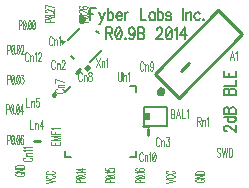
<source format=gto>
G04 DipTrace 2.4.0.2*
%IN2dBBLE.gto*%
%MOIN*%
%ADD10C,0.0098*%
%ADD13C,0.008*%
%ADD16C,0.006*%
%ADD33O,0.0189X0.0207*%
%ADD64C,0.0046*%
%ADD65C,0.0033*%
%ADD66C,0.0062*%
%FSLAX44Y44*%
G04*
G70*
G90*
G75*
G01*
%LNTopSilk*%
%LPD*%
X9810Y7700D2*
D10*
X10076Y7965D1*
X8927Y7611D2*
X11048Y9733D1*
X11843Y8937D1*
X9722Y6816D1*
X8927Y7611D1*
G36*
X9244Y7133D2*
X9268Y7097D1*
X9279Y7054D1*
X9277Y7008D1*
X9259Y6963D1*
X9230Y6924D1*
X9191Y6894D1*
X9146Y6877D1*
X9100Y6874D1*
X9057Y6885D1*
X9021Y6910D1*
X8996Y6946D1*
X8985Y6989D1*
X8988Y7035D1*
X9005Y7080D1*
X9035Y7119D1*
X9074Y7149D1*
X9119Y7166D1*
X9165Y7169D1*
X9208Y7157D1*
X9244Y7133D1*
G37*
X9325Y5873D2*
D16*
X8574D1*
Y6498D1*
X9325D1*
Y5873D1*
G36*
X8753Y6065D2*
X8557D1*
Y6307D1*
X8753D1*
Y6065D1*
G37*
X6440Y9564D2*
D10*
X6579Y9425D1*
X6443Y7775D2*
X6304Y7636D1*
X8690Y5581D2*
Y5778D1*
X7819Y7649D2*
Y7452D1*
X8546Y5869D2*
X8743D1*
X4908Y5376D2*
X5105D1*
X5539Y6899D2*
G02X5539Y6899I49J0D01*
G01*
X5943Y4852D2*
D13*
Y5049D1*
Y4852D2*
X6140D1*
X8108D2*
X8305D1*
Y5049D1*
Y7018D2*
Y7215D1*
X8108D2*
X8305D1*
X5943Y7018D2*
X6140Y7215D1*
D33*
X6500Y9364D3*
G36*
X6816Y7811D2*
X6695Y7690D1*
X6575Y7810D1*
X6696Y7931D1*
X6816Y7811D1*
G37*
G36*
X5974Y8712D2*
X5794Y8733D1*
X5822Y8560D1*
X5820Y8557D1*
D1*
X5974Y8712D1*
G37*
X7174Y8419D2*
D16*
X6759Y8005D1*
X6223Y8109D2*
X6120Y8212D1*
X6439Y9160D2*
X6021Y8742D1*
X6982Y9062D2*
X7079Y8965D1*
X11558Y8065D2*
D64*
X11489Y8366D1*
X11421Y8065D1*
X11446Y8165D2*
X11533D1*
X11614Y8309D2*
X11631Y8323D1*
X11657Y8366D1*
Y8065D1*
X9462Y6431D2*
Y6129D1*
X9540D1*
X9566Y6144D1*
X9575Y6158D1*
X9583Y6186D1*
Y6230D1*
X9575Y6258D1*
X9566Y6273D1*
X9540Y6287D1*
X9566Y6302D1*
X9575Y6316D1*
X9583Y6344D1*
Y6373D1*
X9575Y6402D1*
X9566Y6416D1*
X9540Y6431D1*
X9462D1*
Y6287D2*
X9540D1*
X9777Y6129D2*
X9707Y6431D1*
X9639Y6129D1*
X9665Y6230D2*
X9751D1*
X9832Y6431D2*
Y6129D1*
X9935D1*
X9991Y6373D2*
X10008Y6387D1*
X10034Y6430D1*
Y6129D1*
X5527Y8800D2*
X5518Y8828D1*
X5501Y8857D1*
X5484Y8872D1*
X5449D1*
X5432Y8857D1*
X5415Y8828D1*
X5406Y8800D1*
X5398Y8757D1*
Y8685D1*
X5406Y8642D1*
X5415Y8613D1*
X5432Y8585D1*
X5449Y8570D1*
X5484D1*
X5501Y8585D1*
X5518Y8613D1*
X5527Y8642D1*
X5582Y8771D2*
Y8570D1*
Y8714D2*
X5608Y8757D1*
X5626Y8771D1*
X5651D1*
X5669Y8757D1*
X5677Y8714D1*
Y8570D1*
X5733Y8814D2*
X5750Y8828D1*
X5776Y8871D1*
Y8570D1*
X5604Y8008D2*
X5595Y8037D1*
X5578Y8065D1*
X5561Y8080D1*
X5527D1*
X5509Y8065D1*
X5492Y8037D1*
X5483Y8008D1*
X5475Y7965D1*
Y7893D1*
X5483Y7850D1*
X5492Y7821D1*
X5509Y7793D1*
X5527Y7778D1*
X5561D1*
X5578Y7793D1*
X5595Y7821D1*
X5604Y7850D1*
X5660Y7979D2*
Y7778D1*
Y7922D2*
X5685Y7965D1*
X5703Y7979D1*
X5728D1*
X5746Y7965D1*
X5754Y7922D1*
Y7778D1*
X5819Y8008D2*
Y8022D1*
X5827Y8051D1*
X5836Y8065D1*
X5853Y8079D1*
X5887D1*
X5905Y8065D1*
X5913Y8051D1*
X5922Y8022D1*
Y7993D1*
X5913Y7965D1*
X5896Y7922D1*
X5810Y7778D1*
X5930D1*
X9086Y5435D2*
X9078Y5464D1*
X9061Y5493D1*
X9043Y5507D1*
X9009D1*
X8992Y5493D1*
X8975Y5464D1*
X8966Y5435D1*
X8957Y5392D1*
Y5320D1*
X8966Y5278D1*
X8975Y5249D1*
X8992Y5220D1*
X9009Y5206D1*
X9043D1*
X9061Y5220D1*
X9078Y5249D1*
X9086Y5278D1*
X9142Y5407D2*
Y5206D1*
Y5349D2*
X9168Y5392D1*
X9185Y5407D1*
X9211D1*
X9228Y5392D1*
X9237Y5349D1*
Y5206D1*
X9310Y5507D2*
X9404D1*
X9353Y5392D1*
X9378D1*
X9396Y5378D1*
X9404Y5363D1*
X9413Y5320D1*
Y5292D1*
X9404Y5249D1*
X9387Y5220D1*
X9361Y5206D1*
X9335D1*
X9310Y5220D1*
X9301Y5234D1*
X9292Y5263D1*
X5666Y7111D2*
X5638Y7102D1*
X5609Y7085D1*
X5595Y7068D1*
Y7033D1*
X5609Y7016D1*
X5638Y6999D1*
X5666Y6990D1*
X5709Y6982D1*
X5781D1*
X5824Y6990D1*
X5853Y6999D1*
X5881Y7016D1*
X5896Y7033D1*
Y7068D1*
X5881Y7085D1*
X5853Y7102D1*
X5824Y7111D1*
X5695Y7166D2*
X5896D1*
X5752D2*
X5709Y7192D1*
X5695Y7209D1*
Y7235D1*
X5709Y7252D1*
X5752Y7261D1*
X5896D1*
Y7351D2*
X5595Y7437D1*
Y7317D1*
X6502Y7605D2*
X6493Y7633D1*
X6476Y7662D1*
X6459Y7676D1*
X6425D1*
X6407Y7662D1*
X6390Y7633D1*
X6381Y7605D1*
X6373Y7562D1*
Y7490D1*
X6381Y7447D1*
X6390Y7418D1*
X6407Y7389D1*
X6425Y7375D1*
X6459D1*
X6476Y7389D1*
X6493Y7418D1*
X6502Y7447D1*
X6558Y7576D2*
Y7375D1*
Y7518D2*
X6583Y7562D1*
X6601Y7576D1*
X6626D1*
X6644Y7562D1*
X6652Y7518D1*
Y7375D1*
X6751Y7676D2*
X6725Y7662D1*
X6716Y7633D1*
Y7604D1*
X6725Y7576D1*
X6742Y7561D1*
X6777Y7547D1*
X6803Y7533D1*
X6820Y7504D1*
X6828Y7475D1*
Y7432D1*
X6820Y7404D1*
X6811Y7389D1*
X6785Y7375D1*
X6751D1*
X6725Y7389D1*
X6716Y7404D1*
X6708Y7432D1*
Y7475D1*
X6716Y7504D1*
X6734Y7533D1*
X6759Y7547D1*
X6794Y7561D1*
X6811Y7576D1*
X6820Y7604D1*
Y7633D1*
X6811Y7662D1*
X6785Y7676D1*
X6751D1*
X8556Y7958D2*
X8547Y7986D1*
X8530Y8015D1*
X8513Y8029D1*
X8478D1*
X8461Y8015D1*
X8444Y7986D1*
X8435Y7958D1*
X8427Y7915D1*
Y7843D1*
X8435Y7800D1*
X8444Y7771D1*
X8461Y7742D1*
X8478Y7728D1*
X8513D1*
X8530Y7742D1*
X8547Y7771D1*
X8556Y7800D1*
X8611Y7929D2*
Y7728D1*
Y7871D2*
X8637Y7915D1*
X8655Y7929D1*
X8680D1*
X8697Y7915D1*
X8706Y7871D1*
Y7728D1*
X8874Y7929D2*
X8865Y7886D1*
X8848Y7857D1*
X8822Y7843D1*
X8813D1*
X8787Y7857D1*
X8770Y7886D1*
X8762Y7929D1*
Y7943D1*
X8770Y7986D1*
X8787Y8015D1*
X8813Y8029D1*
X8822D1*
X8848Y8015D1*
X8865Y7986D1*
X8874Y7929D1*
Y7857D1*
X8865Y7785D1*
X8848Y7742D1*
X8822Y7728D1*
X8805D1*
X8779Y7742D1*
X8770Y7771D1*
X8530Y4931D2*
X8522Y4960D1*
X8505Y4988D1*
X8487Y5003D1*
X8453D1*
X8436Y4988D1*
X8419Y4960D1*
X8410Y4931D1*
X8401Y4888D1*
Y4816D1*
X8410Y4773D1*
X8419Y4744D1*
X8436Y4716D1*
X8453Y4701D1*
X8487D1*
X8505Y4716D1*
X8522Y4744D1*
X8530Y4773D1*
X8586Y4902D2*
Y4701D1*
Y4845D2*
X8612Y4888D1*
X8629Y4902D1*
X8655D1*
X8672Y4888D1*
X8681Y4845D1*
Y4701D1*
X8736Y4945D2*
X8754Y4960D1*
X8780Y5002D1*
Y4701D1*
X8887Y5002D2*
X8861Y4988D1*
X8844Y4945D1*
X8835Y4873D1*
Y4830D1*
X8844Y4759D1*
X8861Y4716D1*
X8887Y4701D1*
X8904D1*
X8930Y4716D1*
X8947Y4759D1*
X8956Y4830D1*
Y4873D1*
X8947Y4945D1*
X8930Y4988D1*
X8904Y5002D1*
X8887D1*
X8947Y4945D2*
X8844Y4759D1*
X4604Y4826D2*
X4576Y4817D1*
X4547Y4800D1*
X4533Y4783D1*
Y4748D1*
X4547Y4731D1*
X4576Y4714D1*
X4604Y4705D1*
X4647Y4696D1*
X4719D1*
X4762Y4705D1*
X4791Y4714D1*
X4820Y4731D1*
X4834Y4748D1*
Y4783D1*
X4820Y4800D1*
X4791Y4817D1*
X4762Y4826D1*
X4633Y4881D2*
X4834D1*
X4691D2*
X4647Y4907D1*
X4633Y4924D1*
Y4950D1*
X4647Y4967D1*
X4691Y4976D1*
X4834D1*
X4590Y5031D2*
X4576Y5049D1*
X4533Y5075D1*
X4834D1*
X4590Y5130D2*
X4576Y5148D1*
X4533Y5173D1*
X4834D1*
X4723Y8269D2*
X4715Y8297D1*
X4697Y8326D1*
X4680Y8340D1*
X4646D1*
X4628Y8326D1*
X4611Y8297D1*
X4603Y8269D1*
X4594Y8226D1*
Y8154D1*
X4603Y8111D1*
X4611Y8082D1*
X4628Y8054D1*
X4646Y8039D1*
X4680D1*
X4697Y8054D1*
X4715Y8082D1*
X4723Y8111D1*
X4779Y8240D2*
Y8039D1*
Y8183D2*
X4805Y8226D1*
X4822Y8240D1*
X4848D1*
X4865Y8226D1*
X4873Y8183D1*
Y8039D1*
X4929Y8283D2*
X4946Y8297D1*
X4972Y8340D1*
Y8039D1*
X5036Y8268D2*
Y8283D1*
X5045Y8312D1*
X5054Y8326D1*
X5071Y8340D1*
X5105D1*
X5122Y8326D1*
X5131Y8312D1*
X5140Y8283D1*
Y8254D1*
X5131Y8225D1*
X5114Y8183D1*
X5028Y8039D1*
X5148D1*
X5465Y5354D2*
Y5242D1*
X5767D1*
Y5354D1*
X5609Y5242D2*
Y5311D1*
X5767Y5547D2*
X5465D1*
X5767Y5478D1*
X5465Y5409D1*
X5767D1*
X5465Y5714D2*
Y5602D1*
X5767D1*
X5609D2*
Y5671D1*
X5523Y5770D2*
X5508Y5787D1*
X5465Y5813D1*
X5767D1*
X4779Y6071D2*
Y5770D1*
X4883D1*
X4938Y5971D2*
Y5770D1*
Y5913D2*
X4964Y5956D1*
X4981Y5971D1*
X5007D1*
X5024Y5956D1*
X5033Y5913D1*
Y5770D1*
X5175D2*
Y6071D1*
X5088Y5870D1*
X5218D1*
X4643Y6820D2*
Y6518D1*
X4746D1*
X4801Y6719D2*
Y6518D1*
Y6662D2*
X4827Y6705D1*
X4845Y6719D1*
X4870D1*
X4888Y6705D1*
X4896Y6662D1*
Y6518D1*
X5055Y6819D2*
X4969D1*
X4960Y6690D1*
X4969Y6705D1*
X4995Y6719D1*
X5021D1*
X5046Y6705D1*
X5064Y6676D1*
X5072Y6633D1*
Y6605D1*
X5064Y6561D1*
X5046Y6533D1*
X5021Y6518D1*
X4995D1*
X4969Y6533D1*
X4960Y6547D1*
X4952Y6576D1*
X10340Y6039D2*
X10417D1*
X10443Y6053D1*
X10452Y6068D1*
X10460Y6096D1*
Y6125D1*
X10452Y6153D1*
X10443Y6168D1*
X10417Y6182D1*
X10340D1*
Y5881D1*
X10400Y6039D2*
X10460Y5881D1*
X10516Y6082D2*
Y5881D1*
Y6024D2*
X10542Y6068D1*
X10559Y6082D1*
X10585D1*
X10602Y6068D1*
X10611Y6024D1*
Y5881D1*
X10666Y6125D2*
X10684Y6139D1*
X10709Y6182D1*
Y5881D1*
X11112Y5106D2*
X11095Y5135D1*
X11069Y5150D1*
X11035D1*
X11009Y5135D1*
X10992Y5106D1*
Y5078D1*
X11000Y5049D1*
X11009Y5035D1*
X11026Y5021D1*
X11078Y4992D1*
X11095Y4977D1*
X11104Y4963D1*
X11112Y4934D1*
Y4891D1*
X11095Y4863D1*
X11069Y4848D1*
X11035D1*
X11009Y4863D1*
X10992Y4891D1*
X11168Y5150D2*
X11211Y4848D1*
X11254Y5150D1*
X11297Y4848D1*
X11340Y5150D1*
X11396D2*
Y4848D1*
X11456D1*
X11482Y4863D1*
X11499Y4891D1*
X11508Y4920D1*
X11516Y4963D1*
Y5035D1*
X11508Y5078D1*
X11499Y5106D1*
X11482Y5135D1*
X11456Y5150D1*
X11396D1*
X7696Y7680D2*
Y7465D1*
X7704Y7421D1*
X7721Y7393D1*
X7747Y7378D1*
X7764D1*
X7790Y7393D1*
X7808Y7421D1*
X7816Y7465D1*
Y7680D1*
X7872Y7579D2*
Y7378D1*
Y7522D2*
X7898Y7565D1*
X7915Y7579D1*
X7941D1*
X7958Y7565D1*
X7966Y7522D1*
Y7378D1*
X8022Y7622D2*
X8039Y7637D1*
X8065Y7679D1*
Y7378D1*
X6981Y8142D2*
X7101Y7841D1*
Y8142D2*
X6981Y7841D1*
X7157Y8042D2*
Y7841D1*
Y7984D2*
X7183Y8027D1*
X7200Y8042D1*
X7226D1*
X7243Y8027D1*
X7251Y7984D1*
Y7841D1*
X7307Y8085D2*
X7324Y8099D1*
X7350Y8142D1*
Y7841D1*
X5286Y3978D2*
D65*
X5588Y4036D1*
X5286Y4093D1*
X5358Y4234D2*
X5329Y4227D1*
X5300Y4212D1*
X5286Y4198D1*
Y4169D1*
X5300Y4155D1*
X5329Y4140D1*
X5358Y4133D1*
X5401Y4126D1*
X5473D1*
X5516Y4133D1*
X5544Y4140D1*
X5573Y4155D1*
X5588Y4169D1*
Y4198D1*
X5573Y4212D1*
X5544Y4227D1*
X5516Y4234D1*
X5358Y4374D2*
X5329Y4367D1*
X5300Y4352D1*
X5286Y4338D1*
Y4310D1*
X5300Y4295D1*
X5329Y4281D1*
X5358Y4274D1*
X5401Y4266D1*
X5473D1*
X5516Y4274D1*
X5544Y4281D1*
X5573Y4295D1*
X5588Y4310D1*
Y4338D1*
X5573Y4352D1*
X5544Y4367D1*
X5516Y4374D1*
X4350Y4322D2*
X4321Y4314D1*
X4292Y4300D1*
X4278Y4286D1*
Y4257D1*
X4292Y4243D1*
X4321Y4228D1*
X4350Y4221D1*
X4393Y4214D1*
X4465D1*
X4507Y4221D1*
X4536Y4228D1*
X4565Y4243D1*
X4579Y4257D1*
Y4286D1*
X4565Y4300D1*
X4536Y4314D1*
X4507Y4322D1*
X4465D1*
Y4286D1*
X4278Y4455D2*
X4579D1*
X4278Y4354D1*
X4579D1*
X4278Y4488D2*
X4579D1*
Y4538D1*
X4565Y4559D1*
X4536Y4574D1*
X4507Y4581D1*
X4465Y4588D1*
X4393D1*
X4350Y4581D1*
X4321Y4574D1*
X4292Y4559D1*
X4278Y4538D1*
Y4488D1*
X6961Y9807D2*
D66*
X6762D1*
Y9405D1*
Y9616D2*
X6884D1*
X7075Y9673D2*
X7167Y9405D1*
X7136Y9329D1*
X7106Y9290D1*
X7075Y9271D1*
X7060D1*
X7259Y9673D2*
X7167Y9405D1*
X7358Y9807D2*
Y9405D1*
Y9616D2*
X7388Y9654D1*
X7419Y9673D1*
X7465D1*
X7495Y9654D1*
X7526Y9616D1*
X7541Y9558D1*
Y9520D1*
X7526Y9463D1*
X7495Y9425D1*
X7465Y9405D1*
X7419D1*
X7388Y9425D1*
X7358Y9463D1*
X7640Y9558D2*
X7824D1*
Y9597D1*
X7808Y9635D1*
X7793Y9654D1*
X7762Y9673D1*
X7716D1*
X7686Y9654D1*
X7655Y9616D1*
X7640Y9558D1*
Y9520D1*
X7655Y9463D1*
X7686Y9425D1*
X7716Y9405D1*
X7762D1*
X7793Y9425D1*
X7824Y9463D1*
X7922Y9673D2*
Y9405D1*
Y9558D2*
X7938Y9616D1*
X7968Y9654D1*
X7999Y9673D1*
X8045D1*
X8455Y9807D2*
Y9405D1*
X8639D1*
X8921Y9673D2*
Y9405D1*
Y9616D2*
X8891Y9654D1*
X8860Y9673D1*
X8814D1*
X8783Y9654D1*
X8753Y9616D1*
X8737Y9558D1*
Y9520D1*
X8753Y9463D1*
X8783Y9425D1*
X8814Y9405D1*
X8860D1*
X8891Y9425D1*
X8921Y9463D1*
X9020Y9807D2*
Y9405D1*
Y9616D2*
X9051Y9654D1*
X9081Y9673D1*
X9127D1*
X9157Y9654D1*
X9188Y9616D1*
X9203Y9558D1*
Y9520D1*
X9188Y9463D1*
X9157Y9425D1*
X9127Y9405D1*
X9081D1*
X9051Y9425D1*
X9020Y9463D1*
X9471Y9616D2*
X9455Y9654D1*
X9409Y9673D1*
X9363D1*
X9317Y9654D1*
X9302Y9616D1*
X9317Y9578D1*
X9348Y9558D1*
X9425Y9539D1*
X9455Y9520D1*
X9471Y9482D1*
Y9463D1*
X9455Y9425D1*
X9409Y9405D1*
X9363D1*
X9317Y9425D1*
X9302Y9463D1*
X9880Y9807D2*
Y9405D1*
X9979Y9673D2*
Y9405D1*
Y9597D2*
X10025Y9654D1*
X10056Y9673D1*
X10102D1*
X10132Y9654D1*
X10148Y9597D1*
Y9405D1*
X10430Y9616D2*
X10400Y9654D1*
X10369Y9673D1*
X10323D1*
X10292Y9654D1*
X10262Y9616D1*
X10246Y9558D1*
Y9520D1*
X10262Y9463D1*
X10292Y9425D1*
X10323Y9405D1*
X10369D1*
X10400Y9425D1*
X10430Y9463D1*
X10544Y9444D2*
X10529Y9424D1*
X10544Y9405D1*
X10560Y9424D1*
X10544Y9444D1*
X11320Y5708D2*
X11301D1*
X11262Y5723D1*
X11243Y5738D1*
X11224Y5769D1*
Y5830D1*
X11243Y5861D1*
X11262Y5876D1*
X11301Y5891D1*
X11339D1*
X11377Y5876D1*
X11434Y5845D1*
X11626Y5692D1*
Y5906D1*
X11224Y6189D2*
X11626D1*
X11415D2*
X11377Y6158D1*
X11358Y6128D1*
Y6082D1*
X11377Y6051D1*
X11415Y6021D1*
X11473Y6005D1*
X11511D1*
X11568Y6021D1*
X11606Y6051D1*
X11626Y6082D1*
Y6128D1*
X11606Y6158D1*
X11568Y6189D1*
X11224Y6288D2*
X11626D1*
Y6426D1*
X11606Y6472D1*
X11587Y6487D1*
X11549Y6502D1*
X11492D1*
X11453Y6487D1*
X11434Y6472D1*
X11415Y6426D1*
X11396Y6472D1*
X11377Y6487D1*
X11339Y6502D1*
X11300D1*
X11262Y6487D1*
X11243Y6472D1*
X11224Y6426D1*
Y6288D1*
X11415D2*
Y6426D1*
X11224Y6912D2*
X11626D1*
Y7050D1*
X11606Y7096D1*
X11587Y7111D1*
X11549Y7126D1*
X11492D1*
X11453Y7111D1*
X11434Y7096D1*
X11415Y7050D1*
X11396Y7096D1*
X11377Y7111D1*
X11339Y7126D1*
X11300D1*
X11262Y7111D1*
X11243Y7096D1*
X11224Y7050D1*
Y6912D1*
X11415D2*
Y7050D1*
X11224Y7225D2*
X11626D1*
Y7409D1*
X11224Y7706D2*
Y7507D1*
X11626D1*
Y7706D1*
X11415Y7507D2*
Y7630D1*
X7302Y8973D2*
X7440D1*
X7486Y8992D1*
X7502Y9011D1*
X7517Y9049D1*
Y9088D1*
X7502Y9126D1*
X7486Y9145D1*
X7440Y9164D1*
X7302D1*
Y8763D1*
X7410Y8973D2*
X7517Y8763D1*
X7708Y9164D2*
X7662Y9145D1*
X7631Y9087D1*
X7616Y8992D1*
Y8935D1*
X7631Y8839D1*
X7662Y8782D1*
X7708Y8763D1*
X7738D1*
X7784Y8782D1*
X7814Y8839D1*
X7830Y8935D1*
Y8992D1*
X7814Y9087D1*
X7784Y9145D1*
X7738Y9164D1*
X7708D1*
X7814Y9087D2*
X7631Y8839D1*
X7944Y8801D2*
X7929Y8782D1*
X7944Y8763D1*
X7960Y8782D1*
X7944Y8801D1*
X8258Y9030D2*
X8242Y8973D1*
X8212Y8935D1*
X8166Y8915D1*
X8150D1*
X8104Y8935D1*
X8074Y8973D1*
X8058Y9030D1*
Y9049D1*
X8074Y9107D1*
X8104Y9145D1*
X8150Y9164D1*
X8166D1*
X8212Y9145D1*
X8242Y9107D1*
X8258Y9030D1*
Y8935D1*
X8242Y8839D1*
X8212Y8782D1*
X8166Y8763D1*
X8135D1*
X8089Y8782D1*
X8074Y8820D1*
X8356Y9164D2*
Y8763D1*
X8494D1*
X8540Y8782D1*
X8555Y8801D1*
X8571Y8839D1*
Y8896D1*
X8555Y8935D1*
X8540Y8954D1*
X8494Y8973D1*
X8540Y8992D1*
X8555Y9011D1*
X8571Y9049D1*
Y9088D1*
X8555Y9126D1*
X8540Y9145D1*
X8494Y9164D1*
X8356D1*
Y8973D2*
X8494D1*
X8996Y9068D2*
Y9087D1*
X9011Y9126D1*
X9027Y9145D1*
X9057Y9164D1*
X9119D1*
X9149Y9145D1*
X9164Y9126D1*
X9180Y9087D1*
Y9049D1*
X9164Y9011D1*
X9134Y8954D1*
X8981Y8763D1*
X9195D1*
X9386Y9164D2*
X9340Y9145D1*
X9309Y9087D1*
X9294Y8992D1*
Y8935D1*
X9309Y8839D1*
X9340Y8782D1*
X9386Y8763D1*
X9416D1*
X9462Y8782D1*
X9493Y8839D1*
X9508Y8935D1*
Y8992D1*
X9493Y9087D1*
X9462Y9145D1*
X9416Y9164D1*
X9386D1*
X9493Y9087D2*
X9309Y8839D1*
X9607Y9087D2*
X9638Y9107D1*
X9684Y9164D1*
Y8763D1*
X9936D2*
Y9164D1*
X9782Y8896D1*
X10012D1*
X6547Y9340D2*
D65*
Y9405D1*
X6533Y9426D1*
X6518Y9433D1*
X6490Y9440D1*
X6447D1*
X6418Y9433D1*
X6404Y9426D1*
X6389Y9405D1*
Y9340D1*
X6691D1*
X6390Y9516D2*
X6404Y9495D1*
X6447Y9480D1*
X6519Y9473D1*
X6562D1*
X6634Y9480D1*
X6677Y9495D1*
X6691Y9516D1*
Y9531D1*
X6677Y9552D1*
X6634Y9566D1*
X6562Y9574D1*
X6519D1*
X6447Y9566D1*
X6404Y9552D1*
X6390Y9531D1*
Y9516D1*
X6447Y9566D2*
X6634Y9480D1*
X6662Y9614D2*
X6677Y9607D1*
X6691Y9614D1*
X6677Y9621D1*
X6662Y9614D1*
X6461Y9661D2*
X6447D1*
X6418Y9668D1*
X6404Y9675D1*
X6390Y9690D1*
Y9718D1*
X6404Y9733D1*
X6418Y9740D1*
X6447Y9747D1*
X6476D1*
X6505Y9740D1*
X6547Y9726D1*
X6691Y9654D1*
Y9754D1*
X6433Y9873D2*
X6404Y9866D1*
X6390Y9844D1*
Y9830D1*
X6404Y9809D1*
X6447Y9794D1*
X6519Y9787D1*
X6590D1*
X6648Y9794D1*
X6677Y9809D1*
X6691Y9830D1*
Y9837D1*
X6677Y9859D1*
X6648Y9873D1*
X6605Y9880D1*
X6590D1*
X6547Y9873D1*
X6519Y9859D1*
X6505Y9837D1*
Y9830D1*
X6519Y9809D1*
X6547Y9794D1*
X6590Y9787D1*
X5425Y9357D2*
Y9421D1*
X5411Y9443D1*
X5396Y9450D1*
X5368Y9457D1*
X5325D1*
X5296Y9450D1*
X5281Y9443D1*
X5267Y9421D1*
Y9357D1*
X5569D1*
X5268Y9533D2*
X5282Y9512D1*
X5325Y9497D1*
X5397Y9490D1*
X5440D1*
X5511Y9497D1*
X5554Y9512D1*
X5569Y9533D1*
Y9547D1*
X5554Y9569D1*
X5511Y9583D1*
X5440Y9590D1*
X5397D1*
X5325Y9583D1*
X5282Y9569D1*
X5268Y9547D1*
Y9533D1*
X5325Y9583D2*
X5511Y9497D1*
X5540Y9630D2*
X5554Y9623D1*
X5569Y9630D1*
X5554Y9638D1*
X5540Y9630D1*
X5339Y9678D2*
X5325D1*
X5296Y9685D1*
X5282Y9692D1*
X5268Y9707D1*
Y9735D1*
X5282Y9749D1*
X5296Y9757D1*
X5325Y9764D1*
X5353D1*
X5382Y9757D1*
X5425Y9742D1*
X5569Y9671D1*
Y9771D1*
Y9833D2*
X5268Y9904D1*
Y9804D1*
X4391Y9249D2*
X4456D1*
X4477Y9263D1*
X4484Y9278D1*
X4491Y9307D1*
Y9350D1*
X4484Y9378D1*
X4477Y9393D1*
X4456Y9407D1*
X4391D1*
Y9106D1*
X4567Y9407D2*
X4546Y9392D1*
X4531Y9349D1*
X4524Y9278D1*
Y9235D1*
X4531Y9163D1*
X4546Y9120D1*
X4567Y9106D1*
X4582D1*
X4603Y9120D1*
X4617Y9163D1*
X4625Y9235D1*
Y9278D1*
X4617Y9349D1*
X4603Y9392D1*
X4582Y9407D1*
X4567D1*
X4617Y9349D2*
X4531Y9163D1*
X4665Y9134D2*
X4657Y9120D1*
X4665Y9106D1*
X4672Y9120D1*
X4665Y9134D1*
X4748Y9407D2*
X4726Y9392D1*
X4712Y9349D1*
X4705Y9278D1*
Y9235D1*
X4712Y9163D1*
X4726Y9120D1*
X4748Y9106D1*
X4762D1*
X4784Y9120D1*
X4798Y9163D1*
X4805Y9235D1*
Y9278D1*
X4798Y9349D1*
X4784Y9392D1*
X4762Y9407D1*
X4748D1*
X4798Y9349D2*
X4712Y9163D1*
X4881Y9407D2*
X4860Y9392D1*
X4845Y9349D1*
X4838Y9278D1*
Y9235D1*
X4845Y9163D1*
X4860Y9120D1*
X4881Y9106D1*
X4895D1*
X4917Y9120D1*
X4931Y9163D1*
X4938Y9235D1*
Y9278D1*
X4931Y9349D1*
X4917Y9392D1*
X4895Y9407D1*
X4881D1*
X4931Y9349D2*
X4845Y9163D1*
X4007Y8426D2*
X4072D1*
X4093Y8441D1*
X4100Y8455D1*
X4108Y8484D1*
Y8527D1*
X4100Y8555D1*
X4093Y8570D1*
X4072Y8584D1*
X4007D1*
Y8283D1*
X4184Y8584D2*
X4162Y8570D1*
X4148Y8527D1*
X4140Y8455D1*
Y8412D1*
X4148Y8340D1*
X4162Y8297D1*
X4184Y8283D1*
X4198D1*
X4219Y8297D1*
X4234Y8340D1*
X4241Y8412D1*
Y8455D1*
X4234Y8527D1*
X4219Y8570D1*
X4198Y8584D1*
X4184D1*
X4234Y8527D2*
X4148Y8340D1*
X4281Y8312D2*
X4274Y8297D1*
X4281Y8283D1*
X4288Y8297D1*
X4281Y8312D1*
X4364Y8584D2*
X4342Y8570D1*
X4328Y8527D1*
X4321Y8455D1*
Y8412D1*
X4328Y8340D1*
X4342Y8297D1*
X4364Y8283D1*
X4378D1*
X4400Y8297D1*
X4414Y8340D1*
X4421Y8412D1*
Y8455D1*
X4414Y8527D1*
X4400Y8570D1*
X4378Y8584D1*
X4364D1*
X4414Y8527D2*
X4328Y8340D1*
X4462Y8512D2*
Y8527D1*
X4469Y8555D1*
X4476Y8570D1*
X4490Y8584D1*
X4519D1*
X4533Y8570D1*
X4540Y8555D1*
X4548Y8527D1*
Y8498D1*
X4540Y8469D1*
X4526Y8426D1*
X4454Y8283D1*
X4555D1*
X4004Y7435D2*
X4069D1*
X4090Y7449D1*
X4098Y7464D1*
X4105Y7493D1*
Y7536D1*
X4098Y7564D1*
X4090Y7579D1*
X4069Y7593D1*
X4004D1*
Y7292D1*
X4181Y7593D2*
X4159Y7578D1*
X4145Y7535D1*
X4138Y7464D1*
Y7421D1*
X4145Y7349D1*
X4159Y7306D1*
X4181Y7292D1*
X4195D1*
X4217Y7306D1*
X4231Y7349D1*
X4238Y7421D1*
Y7464D1*
X4231Y7535D1*
X4217Y7578D1*
X4195Y7593D1*
X4181D1*
X4231Y7535D2*
X4145Y7349D1*
X4278Y7320D2*
X4271Y7306D1*
X4278Y7292D1*
X4285Y7306D1*
X4278Y7320D1*
X4361Y7593D2*
X4340Y7578D1*
X4325Y7535D1*
X4318Y7464D1*
Y7421D1*
X4325Y7349D1*
X4340Y7306D1*
X4361Y7292D1*
X4376D1*
X4397Y7306D1*
X4411Y7349D1*
X4419Y7421D1*
Y7464D1*
X4411Y7535D1*
X4397Y7578D1*
X4376Y7593D1*
X4361D1*
X4411Y7535D2*
X4325Y7349D1*
X4466Y7593D2*
X4545D1*
X4502Y7478D1*
X4523D1*
X4538Y7464D1*
X4545Y7449D1*
X4552Y7406D1*
Y7378D1*
X4545Y7335D1*
X4530Y7306D1*
X4509Y7292D1*
X4487D1*
X4466Y7306D1*
X4459Y7320D1*
X4451Y7349D1*
X3983Y6438D2*
X4048D1*
X4069Y6452D1*
X4077Y6467D1*
X4084Y6495D1*
Y6539D1*
X4077Y6567D1*
X4069Y6582D1*
X4048Y6596D1*
X3983D1*
Y6295D1*
X4160Y6596D2*
X4138Y6581D1*
X4124Y6538D1*
X4117Y6467D1*
Y6424D1*
X4124Y6352D1*
X4138Y6309D1*
X4160Y6295D1*
X4174D1*
X4196Y6309D1*
X4210Y6352D1*
X4217Y6424D1*
Y6467D1*
X4210Y6538D1*
X4196Y6581D1*
X4174Y6596D1*
X4160D1*
X4210Y6538D2*
X4124Y6352D1*
X4257Y6323D2*
X4250Y6309D1*
X4257Y6295D1*
X4264Y6309D1*
X4257Y6323D1*
X4340Y6596D2*
X4319Y6581D1*
X4304Y6538D1*
X4297Y6467D1*
Y6424D1*
X4304Y6352D1*
X4319Y6309D1*
X4340Y6295D1*
X4355D1*
X4376Y6309D1*
X4390Y6352D1*
X4398Y6424D1*
Y6467D1*
X4390Y6538D1*
X4376Y6581D1*
X4355Y6596D1*
X4340D1*
X4390Y6538D2*
X4304Y6352D1*
X4502Y6295D2*
Y6596D1*
X4431Y6395D1*
X4538D1*
X4001Y5421D2*
X4066D1*
X4087Y5435D1*
X4094Y5450D1*
X4101Y5478D1*
Y5521D1*
X4094Y5550D1*
X4087Y5564D1*
X4066Y5579D1*
X4001D1*
Y5277D1*
X4177Y5578D2*
X4156Y5564D1*
X4141Y5521D1*
X4134Y5449D1*
Y5406D1*
X4141Y5335D1*
X4156Y5292D1*
X4177Y5277D1*
X4192D1*
X4213Y5292D1*
X4227Y5335D1*
X4235Y5406D1*
Y5449D1*
X4227Y5521D1*
X4213Y5564D1*
X4192Y5578D1*
X4177D1*
X4227Y5521D2*
X4141Y5335D1*
X4275Y5306D2*
X4268Y5292D1*
X4275Y5277D1*
X4282Y5292D1*
X4275Y5306D1*
X4358Y5578D2*
X4336Y5564D1*
X4322Y5521D1*
X4315Y5449D1*
Y5406D1*
X4322Y5335D1*
X4336Y5292D1*
X4358Y5277D1*
X4372D1*
X4394Y5292D1*
X4408Y5335D1*
X4415Y5406D1*
Y5449D1*
X4408Y5521D1*
X4394Y5564D1*
X4372Y5578D1*
X4358D1*
X4408Y5521D2*
X4322Y5335D1*
X4534Y5536D2*
X4527Y5564D1*
X4505Y5578D1*
X4491D1*
X4470Y5564D1*
X4455Y5521D1*
X4448Y5449D1*
Y5378D1*
X4455Y5320D1*
X4470Y5292D1*
X4491Y5277D1*
X4498D1*
X4520Y5292D1*
X4534Y5320D1*
X4541Y5364D1*
Y5378D1*
X4534Y5421D1*
X4520Y5449D1*
X4498Y5464D1*
X4491D1*
X4470Y5449D1*
X4455Y5421D1*
X4448Y5378D1*
X9286Y3994D2*
X9588Y4051D1*
X9286Y4109D1*
X9358Y4249D2*
X9329Y4242D1*
X9301Y4228D1*
X9286Y4213D1*
Y4185D1*
X9301Y4170D1*
X9329Y4156D1*
X9358Y4149D1*
X9401Y4142D1*
X9473D1*
X9516Y4149D1*
X9545Y4156D1*
X9573Y4170D1*
X9588Y4185D1*
Y4213D1*
X9573Y4228D1*
X9545Y4242D1*
X9516Y4249D1*
X9358Y4390D2*
X9329Y4383D1*
X9301Y4368D1*
X9286Y4354D1*
Y4325D1*
X9301Y4311D1*
X9329Y4296D1*
X9358Y4289D1*
X9401Y4282D1*
X9473D1*
X9516Y4289D1*
X9545Y4296D1*
X9573Y4311D1*
X9588Y4325D1*
Y4354D1*
X9573Y4368D1*
X9545Y4383D1*
X9516Y4390D1*
X10354Y4111D2*
X10326Y4104D1*
X10297Y4089D1*
X10283Y4075D1*
Y4046D1*
X10297Y4032D1*
X10326Y4018D1*
X10354Y4010D1*
X10398Y4003D1*
X10469D1*
X10512Y4010D1*
X10541Y4018D1*
X10570Y4032D1*
X10584Y4046D1*
Y4075D1*
X10570Y4089D1*
X10541Y4104D1*
X10512Y4111D1*
X10469D1*
Y4075D1*
X10283Y4244D2*
X10584D1*
X10283Y4144D1*
X10584D1*
X10283Y4277D2*
X10584D1*
Y4327D1*
X10570Y4349D1*
X10541Y4363D1*
X10512Y4370D1*
X10469Y4377D1*
X10398D1*
X10354Y4370D1*
X10326Y4363D1*
X10297Y4349D1*
X10283Y4327D1*
Y4277D1*
X6446Y4001D2*
Y4066D1*
X6432Y4087D1*
X6417Y4094D1*
X6389Y4101D1*
X6346D1*
X6317Y4094D1*
X6302Y4087D1*
X6288Y4066D1*
Y4001D1*
X6590D1*
X6289Y4177D2*
X6303Y4156D1*
X6346Y4141D1*
X6418Y4134D1*
X6461D1*
X6532Y4141D1*
X6575Y4156D1*
X6590Y4177D1*
Y4192D1*
X6575Y4213D1*
X6532Y4227D1*
X6461Y4235D1*
X6418D1*
X6346Y4227D1*
X6303Y4213D1*
X6289Y4192D1*
Y4177D1*
X6346Y4227D2*
X6532Y4141D1*
X6561Y4275D2*
X6575Y4268D1*
X6590Y4275D1*
X6575Y4282D1*
X6561Y4275D1*
X6346Y4315D2*
X6331Y4329D1*
X6289Y4351D1*
X6590D1*
Y4455D2*
X6289D1*
X6489Y4384D1*
Y4491D1*
X7439Y4003D2*
Y4067D1*
X7425Y4089D1*
X7410Y4096D1*
X7382Y4103D1*
X7338D1*
X7310Y4096D1*
X7295Y4089D1*
X7281Y4067D1*
Y4003D1*
X7582D1*
X7281Y4179D2*
X7296Y4157D1*
X7339Y4143D1*
X7410Y4136D1*
X7453D1*
X7525Y4143D1*
X7568Y4157D1*
X7582Y4179D1*
Y4193D1*
X7568Y4215D1*
X7525Y4229D1*
X7453Y4236D1*
X7410D1*
X7339Y4229D1*
X7296Y4215D1*
X7281Y4193D1*
Y4179D1*
X7339Y4229D2*
X7525Y4143D1*
X7554Y4276D2*
X7568Y4269D1*
X7582Y4276D1*
X7568Y4284D1*
X7554Y4276D1*
X7339Y4316D2*
X7324Y4331D1*
X7281Y4352D1*
X7582D1*
X7281Y4471D2*
Y4400D1*
X7410Y4392D1*
X7396Y4400D1*
X7382Y4421D1*
Y4442D1*
X7396Y4464D1*
X7425Y4478D1*
X7468Y4486D1*
X7496D1*
X7539Y4478D1*
X7568Y4464D1*
X7582Y4442D1*
Y4421D1*
X7568Y4400D1*
X7554Y4392D1*
X7525Y4385D1*
X8441Y4001D2*
Y4066D1*
X8427Y4087D1*
X8412Y4094D1*
X8383Y4102D1*
X8340D1*
X8312Y4094D1*
X8297Y4087D1*
X8283Y4066D1*
Y4001D1*
X8584D1*
X8283Y4177D2*
X8298Y4156D1*
X8341Y4141D1*
X8412Y4134D1*
X8455D1*
X8527Y4141D1*
X8570Y4156D1*
X8584Y4177D1*
Y4192D1*
X8570Y4213D1*
X8527Y4228D1*
X8455Y4235D1*
X8412D1*
X8341Y4228D1*
X8298Y4213D1*
X8283Y4192D1*
Y4177D1*
X8341Y4228D2*
X8527Y4141D1*
X8556Y4275D2*
X8570Y4268D1*
X8584Y4275D1*
X8570Y4282D1*
X8556Y4275D1*
X8341Y4315D2*
X8326Y4329D1*
X8283Y4351D1*
X8584D1*
X8326Y4470D2*
X8298Y4463D1*
X8283Y4441D1*
Y4427D1*
X8298Y4405D1*
X8341Y4391D1*
X8412Y4384D1*
X8484D1*
X8541Y4391D1*
X8570Y4405D1*
X8584Y4427D1*
Y4434D1*
X8570Y4455D1*
X8541Y4470D1*
X8498Y4477D1*
X8484D1*
X8441Y4470D1*
X8412Y4455D1*
X8398Y4434D1*
Y4427D1*
X8412Y4405D1*
X8441Y4391D1*
X8484Y4384D1*
M02*

</source>
